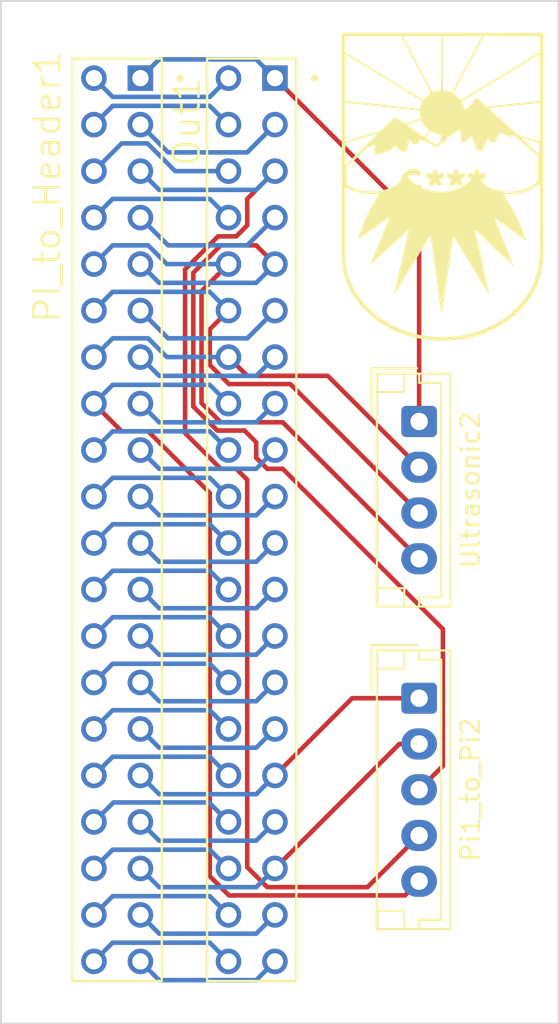
<source format=kicad_pcb>
(kicad_pcb (version 20221018) (generator pcbnew)
  (layers (0 "F.Cu" signal) (31 "B.Cu" signal) (34 "B.Paste" user) (35 "F.Paste" user) (36 "B.SilkS" user "B.Silkscreen") (37 "F.SilkS" user "F.Silkscreen") (38 "B.Mask" user) (39 "F.Mask" user) (44 "Edge.Cuts" user))
  (net 0 "")
  (net 1 "Net-(Out1-Pin_1)")
  (net 2 "Net-(Out1-Pin_2)")
  (net 3 "Net-(Out1-Pin_3)")
  (net 4 "Net-(Out1-Pin_4)")
  (net 5 "Net-(Out1-Pin_5)")
  (net 6 "Net-(Out1-Pin_7)")
  (net 7 "Net-(Out1-Pin_8)")
  (net 8 "Net-(Out1-Pin_9)")
  (net 9 "Net-(Out1-Pin_11)")
  (net 10 "Net-(Out1-Pin_12)")
  (net 11 "Net-(Out1-Pin_13)")
  (net 12 "Net-(Out1-Pin_14)")
  (net 13 "Net-(Out1-Pin_16)")
  (net 14 "Net-(Out1-Pin_17)")
  (net 15 "Net-(Out1-Pin_18)")
  (net 16 "Net-(Out1-Pin_19)")
  (net 17 "Net-(Out1-Pin_20)")
  (net 18 "Net-(Out1-Pin_21)")
  (net 19 "Net-(Out1-Pin_22)")
  (net 20 "Net-(Out1-Pin_23)")
  (net 21 "Net-(Out1-Pin_24)")
  (net 22 "Net-(Out1-Pin_25)")
  (net 23 "Net-(Out1-Pin_26)")
  (net 24 "Net-(Out1-Pin_27)")
  (net 25 "Net-(Out1-Pin_28)")
  (net 26 "Net-(Out1-Pin_29)")
  (net 27 "Net-(Out1-Pin_30)")
  (net 28 "Net-(Out1-Pin_31)")
  (net 29 "Net-(Out1-Pin_33)")
  (net 30 "Net-(Out1-Pin_35)")
  (net 31 "Net-(Out1-Pin_37)")
  (net 32 "Net-(Out1-Pin_38)")
  (net 33 "Net-(Out1-Pin_39)")
  (net 34 "Net-(Out1-Pin_40)")
  (net 35 "Net-(Out1-Pin_34)")
  (net 36 "Net-(Out1-Pin_6)")
  (net 37 "Net-(Out1-Pin_10)")
  (net 38 "Net-(Out1-Pin_15)")
  (net 39 "Net-(Out1-Pin_32)")
  (net 40 "Net-(Out1-Pin_36)")
  (footprint "Connector_JST:JST_EH_B4B-EH-A_1x04_P2.50mm_Vertical" (layer "F.Cu") (at 86.36 81.4 -90)
    (fp_text reference "Ultrasonic2" (at 3.75 -2.8 90) (layer "F.SilkS"))
    (fp_text value "Conn_01x04_Pin")
    (pad "1" thru_hole roundrect (at 0 0 270) (size 1.7 1.95) (drill 0.95) (layers "*.Cu" "*.Mask") (roundrect_rratio 0.1470588235) (net 2 "Net-(Out1-Pin_2)"))
    (pad "2" thru_hole oval (at 2.5 0 270) (size 1.7 1.95) (drill 0.95) (layers "*.Cu" "*.Mask") (net 11 "Net-(Out1-Pin_13)"))
    (pad "3" thru_hole oval (at 5 0 270) (size 1.7 1.95) (drill 0.95) (layers "*.Cu" "*.Mask") (net 9 "Net-(Out1-Pin_11)"))
    (pad "4" thru_hole oval (at 7.5 0 270) (size 1.7 1.95) (drill 0.95) (layers "*.Cu" "*.Mask") (net 8 "Net-(Out1-Pin_9)"))
  )
  (footprint "logo.preety:systopia_logo" (layer "F.Cu") (at 87.63 68.58)
    (fp_text reference "G***" (at 0 0) (layer "F.SilkS") (effects (font (size 1.5 1.5) (thickness 0.3))))
    (fp_text value "LOGO" hide)
  )
  (footprint "20_pin_header_kicad:TE_7-146256-0" (layer "F.Cu") (at 69.855 86.77 -90)
    (fp_text reference "Out1" (at -21.755 -3.805 90) (layer "F.SilkS") (effects (font (size 1.4 1.4))))
    (fp_text value "Conn_01x40_Pin")
    (pad "1" thru_hole circle (at -24.13 1.27 270) (size 1.398 1.398) (drill 0.89) (layers "*.Cu" "*.Mask") (net 1 "Net-(Out1-Pin_1)"))
    (pad "2" thru_hole rect (at -24.13 -1.27 270) (size 1.398 1.398) (drill 0.89) (layers "*.Cu" "*.Mask") (net 2 "Net-(Out1-Pin_2)"))
    (pad "3" thru_hole circle (at -21.59 1.27 270) (size 1.398 1.398) (drill 0.89) (layers "*.Cu" "*.Mask") (net 3 "Net-(Out1-Pin_3)"))
    (pad "4" thru_hole circle (at -21.59 -1.27 270) (size 1.398 1.398) (drill 0.89) (layers "*.Cu" "*.Mask") (net 4 "Net-(Out1-Pin_4)"))
    (pad "5" thru_hole circle (at -19.05 1.27 270) (size 1.398 1.398) (drill 0.89) (layers "*.Cu" "*.Mask") (net 5 "Net-(Out1-Pin_5)"))
    (pad "6" thru_hole circle (at -19.05 -1.27 270) (size 1.398 1.398) (drill 0.89) (layers "*.Cu" "*.Mask") (net 36 "Net-(Out1-Pin_6)"))
    (pad "7" thru_hole circle (at -16.51 1.27 270) (size 1.398 1.398) (drill 0.89) (layers "*.Cu" "*.Mask") (net 6 "Net-(Out1-Pin_7)"))
    (pad "8" thru_hole circle (at -16.51 -1.27 270) (size 1.398 1.398) (drill 0.89) (layers "*.Cu" "*.Mask") (net 7 "Net-(Out1-Pin_8)"))
    (pad "9" thru_hole circle (at -13.97 1.27 270) (size 1.398 1.398) (drill 0.89) (layers "*.Cu" "*.Mask") (net 8 "Net-(Out1-Pin_9)"))
    (pad "10" thru_hole circle (at -13.97 -1.27 270) (size 1.398 1.398) (drill 0.89) (layers "*.Cu" "*.Mask") (net 37 "Net-(Out1-Pin_10)"))
    (pad "11" thru_hole circle (at -11.43 1.27 270) (size 1.398 1.398) (drill 0.89) (layers "*.Cu" "*.Mask") (net 9 "Net-(Out1-Pin_11)"))
    (pad "12" thru_hole circle (at -11.43 -1.27 270) (size 1.398 1.398) (drill 0.89) (layers "*.Cu" "*.Mask") (net 10 "Net-(Out1-Pin_12)"))
    (pad "13" thru_hole circle (at -8.89 1.27 270) (size 1.398 1.398) (drill 0.89) (layers "*.Cu" "*.Mask") (net 11 "Net-(Out1-Pin_13)"))
    (pad "14" thru_hole circle (at -8.89 -1.27 270) (size 1.398 1.398) (drill 0.89) (layers "*.Cu" "*.Mask") (net 12 "Net-(Out1-Pin_14)"))
    (pad "15" thru_hole circle (at -6.35 1.27 270) (size 1.398 1.398) (drill 0.89) (layers "*.Cu" "*.Mask") (net 38 "Net-(Out1-Pin_15)"))
    (pad "16" thru_hole circle (at -6.35 -1.27 270) (size 1.398 1.398) (drill 0.89) (layers "*.Cu" "*.Mask") (net 13 "Net-(Out1-Pin_16)"))
    (pad "17" thru_hole circle (at -3.81 1.27 270) (size 1.398 1.398) (drill 0.89) (layers "*.Cu" "*.Mask") (net 14 "Net-(Out1-Pin_17)"))
    (pad "18" thru_hole circle (at -3.81 -1.27 270) (size 1.398 1.398) (drill 0.89) (layers "*.Cu" "*.Mask") (net 15 "Net-(Out1-Pin_18)"))
    (pad "19" thru_hole circle (at -1.27 1.27 270) (size 1.398 1.398) (drill 0.89) (layers "*.Cu" "*.Mask") (net 16 "Net-(Out1-Pin_19)"))
    (pad "20" thru_hole circle (at -1.27 -1.27 270) (size 1.398 1.398) (drill 0.89) (layers "*.Cu" "*.Mask") (net 17 "Net-(Out1-Pin_20)"))
    (pad "21" thru_hole circle (at 1.27 1.27 270) (size 1.398 1.398) (drill 0.89) (layers "*.Cu" "*.Mask") (net 18 "Net-(Out1-Pin_21)"))
    (pad "22" thru_hole circle (at 1.27 -1.27 270) (size 1.398 1.398) (drill 0.89) (layers "*.Cu" "*.Mask") (net 19 "Net-(Out1-Pin_22)"))
    (pad "23" thru_hole circle (at 3.81 1.27 270) (size 1.398 1.398) (drill 0.89) (layers "*.Cu" "*.Mask") (net 20 "Net-(Out1-Pin_23)"))
    (pad "24" thru_hole circle (at 3.81 -1.27 270) (size 1.398 1.398) (drill 0.89) (layers "*.Cu" "*.Mask") (net 21 "Net-(Out1-Pin_24)"))
    (pad "25" thru_hole circle (at 6.35 1.27 270) (size 1.398 1.398) (drill 0.89) (layers "*.Cu" "*.Mask") (net 22 "Net-(Out1-Pin_25)"))
    (pad "26" thru_hole circle (at 6.35 -1.27 270) (size 1.398 1.398) (drill 0.89) (layers "*.Cu" "*.Mask") (net 23 "Net-(Out1-Pin_26)"))
    (pad "27" thru_hole circle (at 8.89 1.27 270) (size 1.398 1.398) (drill 0.89) (layers "*.Cu" "*.Mask") (net 24 "Net-(Out1-Pin_27)"))
    (pad "28" thru_hole circle (at 8.89 -1.27 270) (size 1.398 1.398) (drill 0.89) (layers "*.Cu" "*.Mask") (net 25 "Net-(Out1-Pin_28)"))
    (pad "29" thru_hole circle (at 11.43 1.27 270) (size 1.398 1.398) (drill 0.89) (layers "*.Cu" "*.Mask") (net 26 "Net-(Out1-Pin_29)"))
    (pad "30" thru_hole circle (at 11.43 -1.27 270) (size 1.398 1.398) (drill 0.89) (layers "*.Cu" "*.Mask") (net 27 "Net-(Out1-Pin_30)"))
    (pad "31" thru_hole circle (at 13.97 1.27 270) (size 1.398 1.398) (drill 0.89) (layers "*.Cu" "*.Mask") (net 28 "Net-(Out1-Pin_31)"))
    (pad "32" thru_hole circle (at 13.97 -1.27 270) (size 1.398 1.398) (drill 0.89) (layers "*.Cu" "*.Mask") (net 39 "Net-(Out1-Pin_32)"))
    (pad "33" thru_hole circle (at 16.51 1.27 270) (size 1.398 1.398) (drill 0.89) (layers "*.Cu" "*.Mask") (net 29 "Net-(Out1-Pin_33)"))
    (pad "34" thru_hole circle (at 16.51 -1.27 270) (size 1.398 1.398) (drill 0.89) (layers "*.Cu" "*.Mask") (net 35 "Net-(Out1-Pin_34)"))
    (pad "35" thru_hole circle (at 19.05 1.27 270) (size 1.398 1.398) (drill 0.89) (layers "*.Cu" "*.Mask") (net 30 "Net-(Out1-Pin_35)"))
    (pad "36" thru_hole circle (at 19.05 -1.27 270) (size 1.398 1.398) (drill 0.89) (layers "*.Cu" "*.Mask") (net 40 "Net-(Out1-Pin_36)"))
    (pad "37" thru_hole circle (at 21.59 1.27 270) (size 1.398 1.398) (drill 0.89) (layers "*.Cu" "*.Mask") (net 31 "Net-(Out1-Pin_37)"))
    (pad "38" thru_hole circle (at 21.59 -1.27 270) (size 1.398 1.398) (drill 0.89) (layers "*.Cu" "*.Mask") (net 32 "Net-(Out1-Pin_38)"))
    (pad "39" thru_hole circle (at 24.13 1.27 270) (size 1.398 1.398) (drill 0.89) (layers "*.Cu" "*.Mask") (net 33 "Net-(Out1-Pin_39)"))
    (pad "40" thru_hole circle (at 24.13 -1.27 270) (size 1.398 1.398) (drill 0.89) (layers "*.Cu" "*.Mask") (net 34 "Net-(Out1-Pin_40)"))
  )
  (footprint "20_pin_header_kicad:TE_7-146256-0" (layer "F.Cu") (at 77.21 86.77 -90)
    (fp_text reference "PI_to_Header1" (at -18.19 11.17 90) (layer "F.SilkS") (effects (font (size 1.4 1.4))))
    (fp_text value "Conn_01x40_Pin")
    (pad "1" thru_hole circle (at -24.13 1.27 270) (size 1.398 1.398) (drill 0.89) (layers "*.Cu" "*.Mask") (net 1 "Net-(Out1-Pin_1)"))
    (pad "2" thru_hole rect (at -24.13 -1.27 270) (size 1.398 1.398) (drill 0.89) (layers "*.Cu" "*.Mask") (net 2 "Net-(Out1-Pin_2)"))
    (pad "3" thru_hole circle (at -21.59 1.27 270) (size 1.398 1.398) (drill 0.89) (layers "*.Cu" "*.Mask") (net 3 "Net-(Out1-Pin_3)"))
    (pad "4" thru_hole circle (at -21.59 -1.27 270) (size 1.398 1.398) (drill 0.89) (layers "*.Cu" "*.Mask") (net 4 "Net-(Out1-Pin_4)"))
    (pad "5" thru_hole circle (at -19.05 1.27 270) (size 1.398 1.398) (drill 0.89) (layers "*.Cu" "*.Mask") (net 5 "Net-(Out1-Pin_5)"))
    (pad "6" thru_hole circle (at -19.05 -1.27 270) (size 1.398 1.398) (drill 0.89) (layers "*.Cu" "*.Mask") (net 36 "Net-(Out1-Pin_6)"))
    (pad "7" thru_hole circle (at -16.51 1.27 270) (size 1.398 1.398) (drill 0.89) (layers "*.Cu" "*.Mask") (net 6 "Net-(Out1-Pin_7)"))
    (pad "8" thru_hole circle (at -16.51 -1.27 270) (size 1.398 1.398) (drill 0.89) (layers "*.Cu" "*.Mask") (net 7 "Net-(Out1-Pin_8)"))
    (pad "9" thru_hole circle (at -13.97 1.27 270) (size 1.398 1.398) (drill 0.89) (layers "*.Cu" "*.Mask") (net 8 "Net-(Out1-Pin_9)"))
    (pad "10" thru_hole circle (at -13.97 -1.27 270) (size 1.398 1.398) (drill 0.89) (layers "*.Cu" "*.Mask") (net 37 "Net-(Out1-Pin_10)"))
    (pad "11" thru_hole circle (at -11.43 1.27 270) (size 1.398 1.398) (drill 0.89) (layers "*.Cu" "*.Mask") (net 9 "Net-(Out1-Pin_11)"))
    (pad "12" thru_hole circle (at -11.43 -1.27 270) (size 1.398 1.398) (drill 0.89) (layers "*.Cu" "*.Mask") (net 10 "Net-(Out1-Pin_12)"))
    (pad "13" thru_hole circle (at -8.89 1.27 270) (size 1.398 1.398) (drill 0.89) (layers "*.Cu" "*.Mask") (net 11 "Net-(Out1-Pin_13)"))
    (pad "14" thru_hole circle (at -8.89 -1.27 270) (size 1.398 1.398) (drill 0.89) (layers "*.Cu" "*.Mask") (net 12 "Net-(Out1-Pin_14)"))
    (pad "15" thru_hole circle (at -6.35 1.27 270) (size 1.398 1.398) (drill 0.89) (layers "*.Cu" "*.Mask") (net 38 "Net-(Out1-Pin_15)"))
    (pad "16" thru_hole circle (at -6.35 -1.27 270) (size 1.398 1.398) (drill 0.89) (layers "*.Cu" "*.Mask") (net 13 "Net-(Out1-Pin_16)"))
    (pad "17" thru_hole circle (at -3.81 1.27 270) (size 1.398 1.398) (drill 0.89) (layers "*.Cu" "*.Mask") (net 14 "Net-(Out1-Pin_17)"))
    (pad "18" thru_hole circle (at -3.81 -1.27 270) (size 1.398 1.398) (drill 0.89) (layers "*.Cu" "*.Mask") (net 15 "Net-(Out1-Pin_18)"))
    (pad "19" thru_hole circle (at -1.27 1.27 270) (size 1.398 1.398) (drill 0.89) (layers "*.Cu" "*.Mask") (net 16 "Net-(Out1-Pin_19)"))
    (pad "20" thru_hole circle (at -1.27 -1.27 270) (size 1.398 1.398) (drill 0.89) (layers "*.Cu" "*.Mask") (net 17 "Net-(Out1-Pin_20)"))
    (pad "21" thru_hole circle (at 1.27 1.27 270) (size 1.398 1.398) (drill 0.89) (layers "*.Cu" "*.Mask") (net 18 "Net-(Out1-Pin_21)"))
    (pad "22" thru_hole circle (at 1.27 -1.27 270) (size 1.398 1.398) (drill 0.89) (layers "*.Cu" "*.Mask") (net 19 "Net-(Out1-Pin_22)"))
    (pad "23" thru_hole circle (at 3.81 1.27 270) (size 1.398 1.398) (drill 0.89) (layers "*.Cu" "*.Mask") (net 20 "Net-(Out1-Pin_23)"))
    (pad "24" thru_hole circle (at 3.81 -1.27 270) (size 1.398 1.398) (drill 0.89) (layers "*.Cu" "*.Mask") (net 21 "Net-(Out1-Pin_24)"))
    (pad "25" thru_hole circle (at 6.35 1.27 270) (size 1.398 1.398) (drill 0.89) (layers "*.Cu" "*.Mask") (net 22 "Net-(Out1-Pin_25)"))
    (pad "26" thru_hole circle (at 6.35 -1.27 270) (size 1.398 1.398) (drill 0.89) (layers "*.Cu" "*.Mask") (net 23 "Net-(Out1-Pin_26)"))
    (pad "27" thru_hole circle (at 8.89 1.27 270) (size 1.398 1.398) (drill 0.89) (layers "*.Cu" "*.Mask") (net 24 "Net-(Out1-Pin_27)"))
    (pad "28" thru_hole circle (at 8.89 -1.27 270) (size 1.398 1.398) (drill 0.89) (layers "*.Cu" "*.Mask") (net 25 "Net-(Out1-Pin_28)"))
    (pad "29" thru_hole circle (at 11.43 1.27 270) (size 1.398 1.398) (drill 0.89) (layers "*.Cu" "*.Mask") (net 26 "Net-(Out1-Pin_29)"))
    (pad "30" thru_hole circle (at 11.43 -1.27 270) (size 1.398 1.398) (drill 0.89) (layers "*.Cu" "*.Mask") (net 27 "Net-(Out1-Pin_30)"))
    (pad "31" thru_hole circle (at 13.97 1.27 270) (size 1.398 1.398) (drill 0.89) (layers "*.Cu" "*.Mask") (net 28 "Net-(Out1-Pin_31)"))
    (pad "32" thru_hole circle (at 13.97 -1.27 270) (size 1.398 1.398) (drill 0.89) (layers "*.Cu" "*.Mask") (net 39 "Net-(Out1-Pin_32)"))
    (pad "33" thru_hole circle (at 16.51 1.27 270) (size 1.398 1.398) (drill 0.89) (layers "*.Cu" "*.Mask") (net 29 "Net-(Out1-Pin_33)"))
    (pad "34" thru_hole circle (at 16.51 -1.27 270) (size 1.398 1.398) (drill 0.89) (layers "*.Cu" "*.Mask") (net 35 "Net-(Out1-Pin_34)"))
    (pad "35" thru_hole circle (at 19.05 1.27 270) (size 1.398 1.398) (drill 0.89) (layers "*.Cu" "*.Mask") (net 30 "Net-(Out1-Pin_35)"))
    (pad "36" thru_hole circle (at 19.05 -1.27 270) (size 1.398 1.398) (drill 0.89) (layers "*.Cu" "*.Mask") (net 40 "Net-(Out1-Pin_36)"))
    (pad "37" thru_hole circle (at 21.59 1.27 270) (size 1.398 1.398) (drill 0.89) (layers "*.Cu" "*.Mask") (net 31 "Net-(Out1-Pin_37)"))
    (pad "38" thru_hole circle (at 21.59 -1.27 270) (size 1.398 1.398) (drill 0.89) (layers "*.Cu" "*.Mask") (net 32 "Net-(Out1-Pin_38)"))
    (pad "39" thru_hole circle (at 24.13 1.27 270) (size 1.398 1.398) (drill 0.89) (layers "*.Cu" "*.Mask") (net 33 "Net-(Out1-Pin_39)"))
    (pad "40" thru_hole circle (at 24.13 -1.27 270) (size 1.398 1.398) (drill 0.89) (layers "*.Cu" "*.Mask") (net 34 "Net-(Out1-Pin_40)"))
  )
  (footprint "Connector_JST:JST_EH_B5B-EH-A_1x05_P2.50mm_Vertical" (layer "F.Cu") (at 86.36 96.52 -90)
    (fp_text reference "Pi1_to_Pi2" (at 5 -2.8 90) (layer "F.SilkS"))
    (fp_text value "Conn_01x05_Pin")
    (pad "1" thru_hole roundrect (at 0 0 270) (size 1.7 1.95) (drill 0.95) (layers "*.Cu" "*.Mask") (roundrect_rratio 0.147059) (net 39 "Net-(Out1-Pin_32)"))
    (pad "2" thru_hole oval (at 2.5 0 270) (size 1.7 1.95) (drill 0.95) (layers "*.Cu" "*.Mask") (net 40 "Net-(Out1-Pin_36)"))
    (pad "3" thru_hole oval (at 5 0 270) (size 1.7 1.95) (drill 0.95) (layers "*.Cu" "*.Mask") (net 37 "Net-(Out1-Pin_10)"))
    (pad "4" thru_hole oval (at 7.5 0 270) (size 1.7 1.95) (drill 0.95) (layers "*.Cu" "*.Mask") (net 36 "Net-(Out1-Pin_6)"))
    (pad "5" thru_hole oval (at 10 0 270) (size 1.7 1.95) (drill 0.95) (layers "*.Cu" "*.Mask") (net 38 "Net-(Out1-Pin_15)"))
  )
  (gr_rect (start 63.5 58.42) (end 93.98 114.3) (stroke (width 0.1)) (fill none) (layer "Edge.Cuts"))
  (segment (start 74.916 63.664) (end 75.94 62.64) (width 0.25) (layer "B.Cu") (net 1))
  (segment (start 69.609 63.664) (end 74.916 63.664) (width 0.25) (layer "B.Cu") (net 1))
  (segment (start 68.585 62.64) (end 69.609 63.664) (width 0.25) (layer "B.Cu") (net 1))
  (segment (start 86.36 81.4) (end 86.36 70.52) (width 0.25) (layer "F.Cu") (net 2))
  (segment (start 86.36 70.52) (end 78.48 62.64) (width 0.25) (layer "F.Cu") (net 2))
  (segment (start 77.456 61.616) (end 78.48 62.64) (width 0.25) (layer "B.Cu") (net 2))
  (segment (start 71.125 62.64) (end 72.149 61.616) (width 0.25) (layer "B.Cu") (net 2))
  (segment (start 72.149 61.616) (end 77.456 61.616) (width 0.25) (layer "B.Cu") (net 2))
  (segment (start 68.585 65.18) (end 69.609 64.156) (width 0.25) (layer "B.Cu") (net 3))
  (segment (start 74.916 64.156) (end 75.94 65.18) (width 0.25) (layer "B.Cu") (net 3))
  (segment (start 69.609 64.156) (end 74.916 64.156) (width 0.25) (layer "B.Cu") (net 3))
  (segment (start 72.641 66.696) (end 76.964 66.696) (width 0.25) (layer "B.Cu") (net 4))
  (segment (start 76.964 66.696) (end 78.48 65.18) (width 0.25) (layer "B.Cu") (net 4))
  (segment (start 71.125 65.18) (end 72.641 66.696) (width 0.25) (layer "B.Cu") (net 4))
  (segment (start 71.512604 66.204) (end 70.101 66.204) (width 0.25) (layer "B.Cu") (net 5))
  (segment (start 75.94 67.72) (end 73.028604 67.72) (width 0.25) (layer "B.Cu") (net 5))
  (segment (start 73.028604 67.72) (end 71.512604 66.204) (width 0.25) (layer "B.Cu") (net 5))
  (segment (start 70.101 66.204) (end 68.585 67.72) (width 0.25) (layer "B.Cu") (net 5))
  (segment (start 69.609 69.236) (end 68.585 70.26) (width 0.25) (layer "B.Cu") (net 6))
  (segment (start 74.916 69.236) (end 69.609 69.236) (width 0.25) (layer "B.Cu") (net 6))
  (segment (start 75.94 70.26) (end 74.916 69.236) (width 0.25) (layer "B.Cu") (net 6))
  (segment (start 72.641 71.776) (end 76.964 71.776) (width 0.25) (layer "B.Cu") (net 7))
  (segment (start 76.964 71.776) (end 78.48 70.26) (width 0.25) (layer "B.Cu") (net 7))
  (segment (start 71.125 70.26) (end 72.641 71.776) (width 0.25) (layer "B.Cu") (net 7))
  (segment (start 74.466 80.394155) (end 74.466 74.274) (width 0.25) (layer "F.Cu") (net 8))
  (segment (start 86.36 88.9) (end 78.904 81.444) (width 0.25) (layer "F.Cu") (net 8))
  (segment (start 74.466 74.274) (end 75.94 72.8) (width 0.25) (layer "F.Cu") (net 8))
  (segment (start 78.904 81.444) (end 75.515845 81.444) (width 0.25) (layer "F.Cu") (net 8))
  (segment (start 75.515845 81.444) (end 74.466 80.394155) (width 0.25) (layer "F.Cu") (net 8))
  (segment (start 75.94 72.8) (end 72.573155 72.8) (width 0.25) (layer "B.Cu") (net 8))
  (segment (start 69.609 71.776) (end 68.585 72.8) (width 0.25) (layer "B.Cu") (net 8))
  (segment (start 72.573155 72.8) (end 71.549155 71.776) (width 0.25) (layer "B.Cu") (net 8))
  (segment (start 86.36 88.9) (end 86.023173 89.236827) (width 0.25) (layer "B.Cu") (net 8))
  (segment (start 71.549155 71.776) (end 69.609 71.776) (width 0.25) (layer "B.Cu") (net 8))
  (segment (start 86.36 86.4) (end 79.314 79.354) (width 0.25) (layer "F.Cu") (net 9))
  (segment (start 79.314 79.354) (end 75.965845 79.354) (width 0.25) (layer "F.Cu") (net 9))
  (segment (start 74.916 76.364) (end 75.94 75.34) (width 0.25) (layer "F.Cu") (net 9))
  (segment (start 75.965845 79.354) (end 74.916 78.304155) (width 0.25) (layer "F.Cu") (net 9))
  (segment (start 74.916 78.304155) (end 74.916 76.364) (width 0.25) (layer "F.Cu") (net 9))
  (segment (start 75.94 75.34) (end 74.916 74.316) (width 0.25) (layer "B.Cu") (net 9))
  (segment (start 69.609 74.316) (end 68.585 75.34) (width 0.25) (layer "B.Cu") (net 9))
  (segment (start 74.916 74.316) (end 69.609 74.316) (width 0.25) (layer "B.Cu") (net 9))
  (segment (start 76.964 76.856) (end 78.48 75.34) (width 0.25) (layer "B.Cu") (net 10))
  (segment (start 71.125 75.34) (end 72.641 76.856) (width 0.25) (layer "B.Cu") (net 10))
  (segment (start 72.641 76.856) (end 76.964 76.856) (width 0.25) (layer "B.Cu") (net 10))
  (segment (start 86.36 83.9) (end 81.364 78.904) (width 0.25) (layer "F.Cu") (net 11))
  (segment (start 76.964 78.904) (end 75.94 77.88) (width 0.25) (layer "F.Cu") (net 11))
  (segment (start 81.364 78.904) (end 76.964 78.904) (width 0.25) (layer "F.Cu") (net 11))
  (segment (start 71.549155 76.856) (end 69.609 76.856) (width 0.25) (layer "B.Cu") (net 11))
  (segment (start 69.609 76.856) (end 68.585 77.88) (width 0.25) (layer "B.Cu") (net 11))
  (segment (start 75.94 77.88) (end 72.573155 77.88) (width 0.25) (layer "B.Cu") (net 11))
  (segment (start 72.573155 77.88) (end 71.549155 76.856) (width 0.25) (layer "B.Cu") (net 11))
  (segment (start 71.125 77.88) (end 72.149 78.904) (width 0.25) (layer "B.Cu") (net 12))
  (segment (start 72.149 78.904) (end 77.456 78.904) (width 0.25) (layer "B.Cu") (net 12))
  (segment (start 77.456 78.904) (end 78.48 77.88) (width 0.25) (layer "B.Cu") (net 12))
  (segment (start 77.456 81.444) (end 78.48 80.42) (width 0.25) (layer "B.Cu") (net 13))
  (segment (start 72.149 81.444) (end 77.456 81.444) (width 0.25) (layer "B.Cu") (net 13))
  (segment (start 71.125 80.42) (end 72.149 81.444) (width 0.25) (layer "B.Cu") (net 13))
  (segment (start 74.916 81.936) (end 69.609 81.936) (width 0.25) (layer "B.Cu") (net 14))
  (segment (start 75.94 82.96) (end 74.916 81.936) (width 0.25) (layer "B.Cu") (net 14))
  (segment (start 69.609 81.936) (end 68.585 82.96) (width 0.25) (layer "B.Cu") (net 14))
  (segment (start 71.125 82.96) (end 72.149 83.984) (width 0.25) (layer "B.Cu") (net 15))
  (segment (start 72.149 83.984) (end 77.456 83.984) (width 0.25) (layer "B.Cu") (net 15))
  (segment (start 77.456 83.984) (end 78.48 82.96) (width 0.25) (layer "B.Cu") (net 15))
  (segment (start 75.94 85.5) (end 74.916 84.476) (width 0.25) (layer "B.Cu") (net 16))
  (segment (start 74.916 84.476) (end 69.609 84.476) (width 0.25) (layer "B.Cu") (net 16))
  (segment (start 69.609 84.476) (end 68.585 85.5) (width 0.25) (layer "B.Cu") (net 16))
  (segment (start 71.125 85.5) (end 72.149 86.524) (width 0.25) (layer "B.Cu") (net 17))
  (segment (start 72.149 86.524) (end 77.456 86.524) (width 0.25) (layer "B.Cu") (net 17))
  (segment (start 77.456 86.524) (end 78.48 85.5) (width 0.25) (layer "B.Cu") (net 17))
  (segment (start 69.609 87.016) (end 68.585 88.04) (width 0.25) (layer "B.Cu") (net 18))
  (segment (start 75.94 88.04) (end 74.916 87.016) (width 0.25) (layer "B.Cu") (net 18))
  (segment (start 74.916 87.016) (end 69.609 87.016) (width 0.25) (layer "B.Cu") (net 18))
  (segment (start 71.125 88.04) (end 72.149 89.064) (width 0.25) (layer "B.Cu") (net 19))
  (segment (start 72.149 89.064) (end 77.456 89.064) (width 0.25) (layer "B.Cu") (net 19))
  (segment (start 77.456 89.064) (end 78.48 88.04) (width 0.25) (layer "B.Cu") (net 19))
  (segment (start 74.916 89.556) (end 69.609 89.556) (width 0.25) (layer "B.Cu") (net 20))
  (segment (start 75.94 90.58) (end 74.916 89.556) (width 0.25) (layer "B.Cu") (net 20))
  (segment (start 69.609 89.556) (end 68.585 90.58) (width 0.25) (layer "B.Cu") (net 20))
  (segment (start 77.456 91.604) (end 78.48 90.58) (width 0.25) (layer "B.Cu") (net 21))
  (segment (start 72.149 91.604) (end 77.456 91.604) (width 0.25) (layer "B.Cu") (net 21))
  (segment (start 71.125 90.58) (end 72.149 91.604) (width 0.25) (layer "B.Cu") (net 21))
  (segment (start 69.609 92.096) (end 68.585 93.12) (width 0.25) (layer "B.Cu") (net 22))
  (segment (start 75.94 93.12) (end 74.916 92.096) (width 0.25) (layer "B.Cu") (net 22))
  (segment (start 74.916 92.096) (end 69.609 92.096) (width 0.25) (layer "B.Cu") (net 22))
  (segment (start 72.149 94.144) (end 77.456 94.144) (width 0.25) (layer "B.Cu") (net 23))
  (segment (start 77.456 94.144) (end 78.48 93.12) (width 0.25) (layer "B.Cu") (net 23))
  (segment (start 71.125 93.12) (end 72.149 94.144) (width 0.25) (layer "B.Cu") (net 23))
  (segment (start 75.94 95.66) (end 74.916 94.636) (width 0.25) (layer "B.Cu") (net 24))
  (segment (start 74.916 94.636) (end 69.609 94.636) (width 0.25) (layer "B.Cu") (net 24))
  (segment (start 69.609 94.636) (end 68.585 95.66) (width 0.25) (layer "B.Cu") (net 24))
  (segment (start 77.456 96.684) (end 78.48 95.66) (width 0.25) (layer "B.Cu") (net 25))
  (segment (start 71.125 95.66) (end 72.149 96.684) (width 0.25) (layer "B.Cu") (net 25))
  (segment (start 72.149 96.684) (end 77.456 96.684) (width 0.25) (layer "B.Cu") (net 25))
  (segment (start 75.94 98.2) (end 74.916 97.176) (width 0.25) (layer "B.Cu") (net 26))
  (segment (start 69.609 97.176) (end 68.585 98.2) (width 0.25) (layer "B.Cu") (net 26))
  (segment (start 74.916 97.176) (end 69.609 97.176) (width 0.25) (layer "B.Cu") (net 26))
  (segment (start 77.456 99.224) (end 78.48 98.2) (width 0.25) (layer "B.Cu") (net 27))
  (segment (start 71.125 98.2) (end 72.149 99.224) (width 0.25) (layer "B.Cu") (net 27))
  (segment (start 72.149 99.224) (end 77.456 99.224) (width 0.25) (layer "B.Cu") (net 27))
  (segment (start 75.94 100.74) (end 74.916 99.716) (width 0.25) (layer "B.Cu") (net 28))
  (segment (start 69.609 99.716) (end 68.585 100.74) (width 0.25) (layer "B.Cu") (net 28))
  (segment (start 74.916 99.716) (end 69.609 99.716) (width 0.25) (layer "B.Cu") (net 28))
  (segment (start 74.874 102.214) (end 69.651 102.214) (width 0.25) (layer "B.Cu") (net 29))
  (segment (start 75.94 103.28) (end 74.874 102.214) (width 0.25) (layer "B.Cu") (net 29))
  (segment (start 69.651 102.214) (end 68.585 103.28) (width 0.25) (layer "B.Cu") (net 29))
  (segment (start 74.916 104.796) (end 69.609 104.796) (width 0.25) (layer "B.Cu") (net 30))
  (segment (start 69.609 104.796) (end 68.585 105.82) (width 0.25) (layer "B.Cu") (net 30))
  (segment (start 75.94 105.82) (end 74.916 104.796) (width 0.25) (layer "B.Cu") (net 30))
  (segment (start 69.609 107.336) (end 68.585 108.36) (width 0.25) (layer "B.Cu") (net 31))
  (segment (start 74.916 107.336) (end 69.609 107.336) (width 0.25) (layer "B.Cu") (net 31))
  (segment (start 75.94 108.36) (end 74.916 107.336) (width 0.25) (layer "B.Cu") (net 31))
  (segment (start 77.456 109.384) (end 78.48 108.36) (width 0.25) (layer "B.Cu") (net 32))
  (segment (start 71.125 108.36) (end 72.149 109.384) (width 0.25) (layer "B.Cu") (net 32))
  (segment (start 72.149 109.384) (end 77.456 109.384) (width 0.25) (layer "B.Cu") (net 32))
  (segment (start 74.916 109.876) (end 69.609 109.876) (width 0.25) (layer "B.Cu") (net 33))
  (segment (start 69.609 109.876) (end 68.585 110.9) (width 0.25) (layer "B.Cu") (net 33))
  (segment (start 75.94 110.9) (end 74.916 109.876) (width 0.25) (layer "B.Cu") (net 33))
  (segment (start 77.456 111.924) (end 78.48 110.9) (width 0.25) (layer "B.Cu") (net 34))
  (segment (start 72.149 111.924) (end 77.456 111.924) (width 0.25) (layer "B.Cu") (net 34))
  (segment (start 71.125 110.9) (end 72.149 111.924) (width 0.25) (layer "B.Cu") (net 34))
  (segment (start 71.125 103.28) (end 72.149 104.304) (width 0.25) (layer "B.Cu") (net 35))
  (segment (start 72.149 104.304) (end 77.456 104.304) (width 0.25) (layer "B.Cu") (net 35))
  (segment (start 77.456 104.304) (end 78.48 103.28) (width 0.25) (layer "B.Cu") (net 35))
  (segment (start 78.055845 106.844) (end 76.964 105.752155) (width 0.25) (layer "F.Cu") (net 36))
  (segment (start 76.364155 83.984) (end 75.515845 83.984) (width 0.25) (layer "F.Cu") (net 36))
  (segment (start 75.515845 83.984) (end 73.566 82.034155) (width 0.25) (layer "F.Cu") (net 36))
  (segment (start 76.964 84.583845) (end 76.364155 83.984) (width 0.25) (layer "F.Cu") (net 36))
  (segment (start 73.566 82.034155) (end 73.566 73.089449) (width 0.25) (layer "F.Cu") (net 36))
  (segment (start 76.964 70.684155) (end 76.964 69.236) (width 0.25) (layer "F.Cu") (net 36))
  (segment (start 75.371449 71.284) (end 76.364155 71.284) (width 0.25) (layer "F.Cu") (net 36))
  (segment (start 83.536 106.844) (end 78.055845 106.844) (width 0.25) (layer "F.Cu") (net 36))
  (segment (start 76.964 105.752155) (end 76.964 84.583845) (width 0.25) (layer "F.Cu") (net 36))
  (segment (start 76.364155 71.284) (end 76.964 70.684155) (width 0.25) (layer "F.Cu") (net 36))
  (segment (start 86.36 104.02) (end 83.536 106.844) (width 0.25) (layer "F.Cu") (net 36))
  (segment (start 73.566 73.089449) (end 75.371449 71.284) (width 0.25) (layer "F.Cu") (net 36))
  (segment (start 76.964 69.236) (end 78.48 67.72) (width 0.25) (layer "F.Cu") (net 36))
  (segment (start 71.125 67.72) (end 72.149 68.744) (width 0.25) (layer "B.Cu") (net 36))
  (segment (start 77.456 68.744) (end 78.48 67.72) (width 0.25) (layer "B.Cu") (net 36))
  (segment (start 72.149 68.744) (end 77.456 68.744) (width 0.25) (layer "B.Cu") (net 36))
  (segment (start 74.016 80.580551) (end 74.016 73.275845) (width 0.25) (layer "F.Cu") (net 37))
  (segment (start 77.456 83.384155) (end 77.456 82.535845) (width 0.25) (layer "F.Cu") (net 37))
  (segment (start 77.456 71.776) (end 78.48 72.8) (width 0.25) (layer "F.Cu") (net 37))
  (segment (start 75.515845 71.776) (end 77.456 71.776) (width 0.25) (layer "F.Cu") (net 37))
  (segment (start 74.016 73.275845) (end 75.515845 71.776) (width 0.25) (layer "F.Cu") (net 37))
  (segment (start 87.66 100.22) (end 87.66 92.739845) (width 0.25) (layer "F.Cu") (net 37))
  (segment (start 78.055845 83.984) (end 77.456 83.384155) (width 0.25) (layer "F.Cu") (net 37))
  (segment (start 77.456 82.535845) (end 76.814155 81.894) (width 0.25) (layer "F.Cu") (net 37))
  (segment (start 76.814155 81.894) (end 75.329449 81.894) (width 0.25) (layer "F.Cu") (net 37))
  (segment (start 78.904155 83.984) (end 78.055845 83.984) (width 0.25) (layer "F.Cu") (net 37))
  (segment (start 87.66 92.739845) (end 78.904155 83.984) (width 0.25) (layer "F.Cu") (net 37))
  (segment (start 86.36 101.52) (end 87.66 100.22) (width 0.25) (layer "F.Cu") (net 37))
  (segment (start 75.329449 81.894) (end 74.016 80.580551) (width 0.25) (layer "F.Cu") (net 37))
  (segment (start 72.149 73.824) (end 77.456 73.824) (width 0.25) (layer "B.Cu") (net 37))
  (segment (start 77.456 73.824) (end 78.48 72.8) (width 0.25) (layer "B.Cu") (net 37))
  (segment (start 71.125 72.8) (end 72.149 73.824) (width 0.25) (layer "B.Cu") (net 37))
  (segment (start 74.916 85.302845) (end 71.549155 81.936) (width 0.25) (layer "F.Cu") (net 38))
  (segment (start 70.101 81.936) (end 68.585 80.42) (width 0.25) (layer "F.Cu") (net 38))
  (segment (start 86.36 106.52) (end 85.586 107.294) (width 0.25) (layer "F.Cu") (net 38))
  (segment (start 74.916 106.244155) (end 74.916 85.302845) (width 0.25) (layer "F.Cu") (net 38))
  (segment (start 71.549155 81.936) (end 70.101 81.936) (width 0.25) (layer "F.Cu") (net 38))
  (segment (start 85.586 107.294) (end 75.965845 107.294) (width 0.25) (layer "F.Cu") (net 38))
  (segment (start 75.965845 107.294) (end 74.916 106.244155) (width 0.25) (layer "F.Cu") (net 38))
  (segment (start 75.94 80.42) (end 74.916 79.396) (width 0.25) (layer "B.Cu") (net 38))
  (segment (start 69.609 79.396) (end 68.585 80.42) (width 0.25) (layer "B.Cu") (net 38))
  (segment (start 74.916 79.396) (end 69.609 79.396) (width 0.25) (layer "B.Cu") (net 38))
  (segment (start 86.36 96.52) (end 82.7 96.52) (width 0.25) (layer "F.Cu") (net 39))
  (segment (start 82.7 96.52) (end 78.48 100.74) (width 0.25) (layer "F.Cu") (net 39))
  (segment (start 71.125 100.74) (end 72.149 101.764) (width 0.25) (layer "B.Cu") (net 39))
  (segment (start 72.149 101.764) (end 77.456 101.764) (width 0.25) (layer "B.Cu") (net 39))
  (segment (start 77.456 101.764) (end 78.48 100.74) (width 0.25) (layer "B.Cu") (net 39))
  (segment (start 85.28 99.02) (end 78.48 105.82) (width 0.25) (layer "F.Cu") (net 40))
  (segment (start 86.36 99.02) (end 85.28 99.02) (width 0.25) (layer "F.Cu") (net 40))
  (segment (start 71.125 105.82) (end 72.149 106.844) (width 0.25) (layer "B.Cu") (net 40))
  (segment (start 77.456 106.844) (end 78.48 105.82) (width 0.25) (layer "B.Cu") (net 40))
  (segment (start 72.149 106.844) (end 77.456 106.844) (width 0.25) (layer "B.Cu") (net 40))
)
</source>
